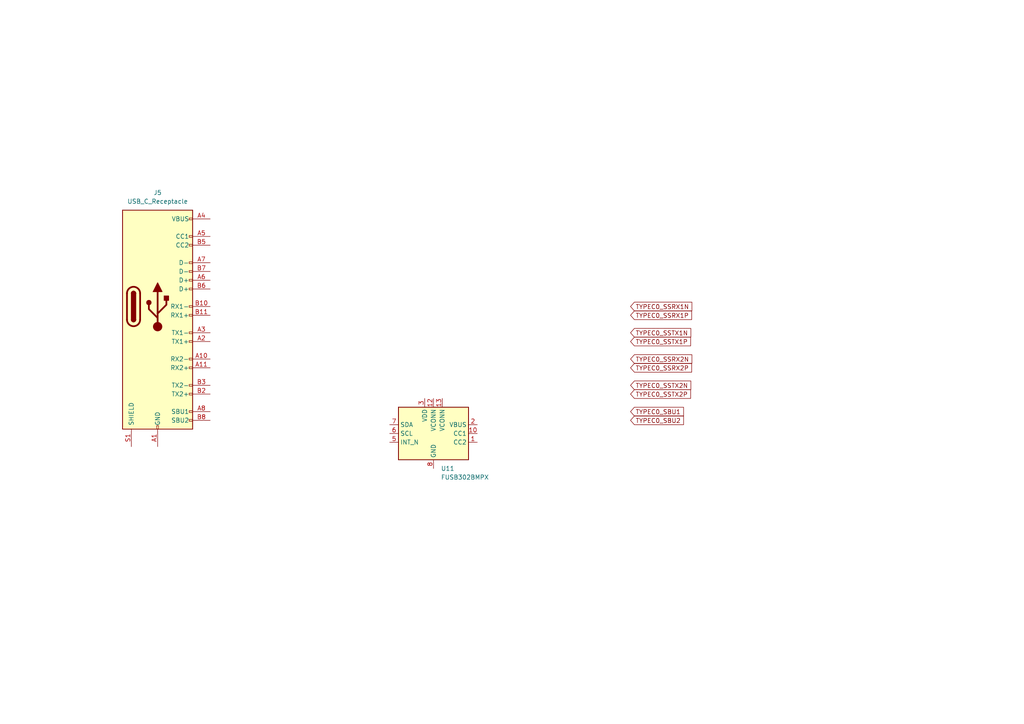
<source format=kicad_sch>
(kicad_sch (version 20250114) (generator "eeschema") (generator_version "9.0")
  (paper "A4")
  (lib_symbols
    (symbol "Connector:USB_C_Receptacle" (pin_names (offset 1.016))
      (property "Reference" "J" (at -10.16 29.21 0))
      (property "Value" "USB_C_Receptacle" (at 10.16 29.21 0))
      (symbol "USB_C_Receptacle_0_0"
        (rectangle (start -0.254 -35.56) (end 0.254 -34.544))
        (rectangle (start 10.16 25.654) (end 9.144 25.146))
        (rectangle (start 10.16 20.574) (end 9.144 20.066))
        (rectangle (start 10.16 18.034) (end 9.144 17.526))
        (rectangle (start 10.16 12.954) (end 9.144 12.446))
        (rectangle (start 10.16 10.414) (end 9.144 9.906))
        (rectangle (start 10.16 7.874) (end 9.144 7.366))
        (rectangle (start 10.16 5.334) (end 9.144 4.826))
        (rectangle (start 10.16 0.254) (end 9.144 -0.254))
        (rectangle (start 10.16 -2.286) (end 9.144 -2.794))
        (rectangle (start 10.16 -7.366) (end 9.144 -7.874))
        (rectangle (start 10.16 -9.906) (end 9.144 -10.414))
        (rectangle (start 10.16 -14.986) (end 9.144 -15.494))
        (rectangle (start 10.16 -17.526) (end 9.144 -18.034))
        (rectangle (start 10.16 -22.606) (end 9.144 -23.114))
        (rectangle (start 10.16 -25.146) (end 9.144 -25.654))
        (rectangle (start 10.16 -30.226) (end 9.144 -30.734))
        (rectangle (start 10.16 -32.766) (end 9.144 -33.274))
      )
      (symbol "USB_C_Receptacle_0_1"
        (rectangle (start -10.16 27.94) (end 10.16 -35.56) (stroke (width 0.254)) (fill (type background)))
        (polyline (pts (xy -8.89 -3.81) (xy -8.89 3.81)) (stroke (width 0.508)))
        (rectangle (start -7.62 -3.81) (end -6.35 3.81) (stroke (width 0.254)) (fill (type outline)))
        (arc (start -7.62 3.81) (mid -6.985 4.4423) (end -6.35 3.81) (stroke (width 0.254)))
        (arc (start -7.62 3.81) (mid -6.985 4.4423) (end -6.35 3.81) (stroke (width 0.254)) (fill (type outline)))
        (arc (start -8.89 3.81) (mid -6.985 5.7067) (end -5.08 3.81) (stroke (width 0.508)))
        (arc (start -5.08 -3.81) (mid -6.985 -5.7067) (end -8.89 -3.81) (stroke (width 0.508)))
        (arc (start -6.35 -3.81) (mid -6.985 -4.4423) (end -7.62 -3.81) (stroke (width 0.254)))
        (arc (start -6.35 -3.81) (mid -6.985 -4.4423) (end -7.62 -3.81) (stroke (width 0.254)) (fill (type outline)))
        (polyline (pts (xy -5.08 3.81) (xy -5.08 -3.81)) (stroke (width 0.508)))
      )
      (symbol "USB_C_Receptacle_1_1"
        (circle (center -2.54 1.143) (radius 0.635) (stroke (width 0.254)) (fill (type outline)))
        (polyline (pts (xy -1.27 4.318) (xy 0 6.858) (xy 1.27 4.318) (xy -1.27 4.318)) (stroke (width 0.254)) (fill (type outline)))
        (polyline (pts (xy 0 -2.032) (xy 2.54 0.508) (xy 2.54 1.778)) (stroke (width 0.508)))
        (polyline (pts (xy 0 -3.302) (xy -2.54 -0.762) (xy -2.54 0.508)) (stroke (width 0.508)))
        (polyline (pts (xy 0 -5.842) (xy 0 4.318)) (stroke (width 0.508)))
        (circle (center 0 -5.842) (radius 1.27) (fill (type outline)))
        (rectangle (start 1.905 1.778) (end 3.175 3.048) (stroke (width 0.254)) (fill (type outline)))
        (pin passive line (at -7.62 -40.64 90) (length 5.08) (name "SHIELD") (number "S1"))
        (pin passive line (at 0 -40.64 90) (length 5.08) (name "GND") (number "A1"))
        (pin passive line (at 0 -40.64 90) (length 5.08) (hide yes) (name "GND") (number "A12"))
        (pin passive line (at 0 -40.64 90) (length 5.08) (hide yes) (name "GND") (number "B1"))
        (pin passive line (at 0 -40.64 90) (length 5.08) (hide yes) (name "GND") (number "B12"))
        (pin passive line (at 15.24 25.4 180) (length 5.08) (name "VBUS") (number "A4"))
        (pin passive line (at 15.24 25.4 180) (length 5.08) (hide yes) (name "VBUS") (number "A9"))
        (pin passive line (at 15.24 25.4 180) (length 5.08) (hide yes) (name "VBUS") (number "B4"))
        (pin passive line (at 15.24 25.4 180) (length 5.08) (hide yes) (name "VBUS") (number "B9"))
        (pin bidirectional line (at 15.24 20.32 180) (length 5.08) (name "CC1") (number "A5"))
        (pin bidirectional line (at 15.24 17.78 180) (length 5.08) (name "CC2") (number "B5"))
        (pin bidirectional line (at 15.24 12.7 180) (length 5.08) (name "D-") (number "A7"))
        (pin bidirectional line (at 15.24 10.16 180) (length 5.08) (name "D-") (number "B7"))
        (pin bidirectional line (at 15.24 7.62 180) (length 5.08) (name "D+") (number "A6"))
        (pin bidirectional line (at 15.24 5.08 180) (length 5.08) (name "D+") (number "B6"))
        (pin bidirectional line (at 15.24 0 180) (length 5.08) (name "RX1-") (number "B10"))
        (pin bidirectional line (at 15.24 -2.54 180) (length 5.08) (name "RX1+") (number "B11"))
        (pin bidirectional line (at 15.24 -7.62 180) (length 5.08) (name "TX1-") (number "A3"))
        (pin bidirectional line (at 15.24 -10.16 180) (length 5.08) (name "TX1+") (number "A2"))
        (pin bidirectional line (at 15.24 -15.24 180) (length 5.08) (name "RX2-") (number "A10"))
        (pin bidirectional line (at 15.24 -17.78 180) (length 5.08) (name "RX2+") (number "A11"))
        (pin bidirectional line (at 15.24 -22.86 180) (length 5.08) (name "TX2-") (number "B3"))
        (pin bidirectional line (at 15.24 -25.4 180) (length 5.08) (name "TX2+") (number "B2"))
        (pin bidirectional line (at 15.24 -30.48 180) (length 5.08) (name "SBU1") (number "A8"))
        (pin bidirectional line (at 15.24 -33.02 180) (length 5.08) (name "SBU2") (number "B8"))
      )
    )
    (symbol "Interface_USB:FUSB302BMPX"
      (property "Reference" "U" (at -10.16 8.89 0))
      (property "Value" "FUSB302BMPX" (at 3.81 8.89 0))
      (symbol "FUSB302BMPX_0_1"
        (rectangle (start -10.16 7.62) (end 10.16 -7.62) (stroke (width 0.254)) (fill (type background)))
      )
      (symbol "FUSB302BMPX_1_1"
        (pin bidirectional line (at -12.7 2.54 0) (length 2.54) (name "SDA") (number "7"))
        (pin input line (at -12.7 0 0) (length 2.54) (name "SCL") (number "6"))
        (pin open_collector line (at -12.7 -2.54 0) (length 2.54) (name "INT_N") (number "5"))
        (pin power_in line (at -2.54 10.16 270) (length 2.54) (name "VDD") (number "3"))
        (pin passive line (at -2.54 10.16 270) (length 2.54) (hide yes) (name "VDD") (number "4"))
        (pin power_in line (at 0 10.16 270) (length 2.54) (name "VCONN") (number "12"))
        (pin passive line (at 0 -10.16 90) (length 2.54) (hide yes) (name "GND") (number "15"))
        (pin power_in line (at 0 -10.16 90) (length 2.54) (name "GND") (number "8"))
        (pin passive line (at 0 -10.16 90) (length 2.54) (hide yes) (name "GND") (number "9"))
        (pin power_in line (at 2.54 10.16 270) (length 2.54) (name "VCONN") (number "13"))
        (pin input line (at 12.7 2.54 180) (length 2.54) (name "VBUS") (number "2"))
        (pin bidirectional line (at 12.7 0 180) (length 2.54) (name "CC1") (number "10"))
        (pin bidirectional line (at 12.7 0 180) (length 2.54) (hide yes) (name "CC1") (number "11"))
        (pin bidirectional line (at 12.7 -2.54 180) (length 2.54) (name "CC2") (number "1"))
        (pin bidirectional line (at 12.7 -2.54 180) (length 2.54) (hide yes) (name "CC2") (number "14"))
      )
    )
  )
  (global_label "TYPEC0_SSRX2N" (shape input) (at 182.88 104.14 0) (property "Intersheetrefs" "${INTERSHEET_REFS}" (effects (hide yes))))
  (global_label "TYPEC0_SSRX2P" (shape input) (at 182.88 106.68 0) (property "Intersheetrefs" "${INTERSHEET_REFS}" (effects (hide yes))))
  (global_label "TYPEC0_SSRX1N" (shape input) (at 182.88 88.9 0) (property "Intersheetrefs" "${INTERSHEET_REFS}" (effects (hide yes))))
  (global_label "TYPEC0_SBU1" (shape input) (at 182.88 119.38 0) (property "Intersheetrefs" "${INTERSHEET_REFS}" (effects (hide yes))))
  (global_label "TYPEC0_SBU2" (shape input) (at 182.88 121.92 0) (property "Intersheetrefs" "${INTERSHEET_REFS}" (effects (hide yes))))
  (global_label "TYPEC0_SSTX1N" (shape input) (at 182.88 96.52 0) (property "Intersheetrefs" "${INTERSHEET_REFS}" (effects (hide yes))))
  (global_label "TYPEC0_SSTX2N" (shape input) (at 182.88 111.76 0) (property "Intersheetrefs" "${INTERSHEET_REFS}" (effects (hide yes))))
  (global_label "TYPEC0_SSRX1P" (shape input) (at 182.88 91.44 0) (property "Intersheetrefs" "${INTERSHEET_REFS}" (effects (hide yes))))
  (global_label "TYPEC0_SSTX1P" (shape input) (at 182.88 99.06 0) (property "Intersheetrefs" "${INTERSHEET_REFS}" (effects (hide yes))))
  (global_label "TYPEC0_SSTX2P" (shape input) (at 182.88 114.3 0) (property "Intersheetrefs" "${INTERSHEET_REFS}" (effects (hide yes))))
  (symbol (lib_id "Connector:USB_C_Receptacle") (at 45.72 88.9 0) (unit 1)
    (property "Reference" "J5" (at 45.72 55.88 0))
    (property "Value" "USB_C_Receptacle" (at 45.72 58.42 0))
    (property "Datasheet" "https://www.usb.org/sites/default/files/documents/usb_type-c.zip" (effects (hide yes)))
    (property "Description" "USB Full-Featured Type-C Receptacle connector" (effects (hide yes)))
  )
  (symbol (lib_id "Interface_USB:FUSB302BMPX") (at 125.73 125.73 0) (unit 1)
    (property "Reference" "U11" (at 127.8733 135.89 0) (effects (justify left)))
    (property "Value" "FUSB302BMPX" (at 127.8733 138.43 0) (effects (justify left)))
    (property "Footprint" "Package_DFN_QFN:WQFN-14-1EP_2.5x2.5mm_P0.5mm_EP1.45x1.45mm" (effects (hide yes)))
    (property "Datasheet" "http://www.onsemi.com/pub/Collateral/FUSB302B-D.PDF" (effects (hide yes)))
    (property "Description" "Programmable USB Type-C Controller w/PD, I2C address 0x22, WQFN-14" (effects (hide yes)))
  )
)
</source>
